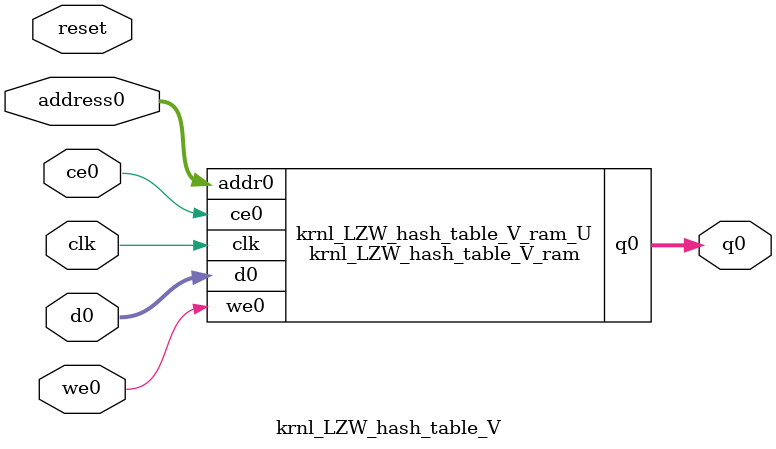
<source format=v>
`timescale 1 ns / 1 ps
module krnl_LZW_hash_table_V_ram (addr0, ce0, d0, we0, q0,  clk);

parameter DWIDTH = 35;
parameter AWIDTH = 16;
parameter MEM_SIZE = 65536;

input[AWIDTH-1:0] addr0;
input ce0;
input[DWIDTH-1:0] d0;
input we0;
output reg[DWIDTH-1:0] q0;
input clk;

reg [DWIDTH-1:0] ram[0:MEM_SIZE-1];




always @(posedge clk)  
begin 
    if (ce0) begin
        if (we0) 
            ram[addr0] <= d0; 
        q0 <= ram[addr0];
    end
end


endmodule

`timescale 1 ns / 1 ps
module krnl_LZW_hash_table_V(
    reset,
    clk,
    address0,
    ce0,
    we0,
    d0,
    q0);

parameter DataWidth = 32'd35;
parameter AddressRange = 32'd65536;
parameter AddressWidth = 32'd16;
input reset;
input clk;
input[AddressWidth - 1:0] address0;
input ce0;
input we0;
input[DataWidth - 1:0] d0;
output[DataWidth - 1:0] q0;



krnl_LZW_hash_table_V_ram krnl_LZW_hash_table_V_ram_U(
    .clk( clk ),
    .addr0( address0 ),
    .ce0( ce0 ),
    .we0( we0 ),
    .d0( d0 ),
    .q0( q0 ));

endmodule


</source>
